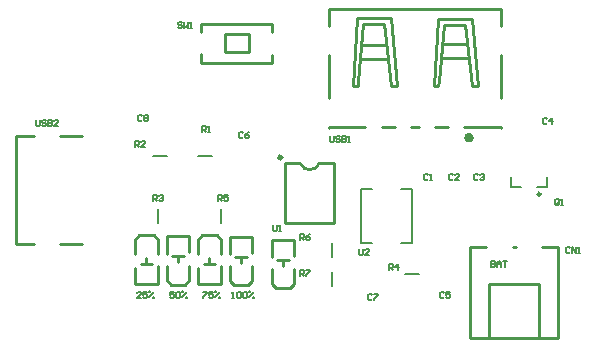
<source format=gto>
G04*
G04 #@! TF.GenerationSoftware,Altium Limited,Altium Designer,20.0.13 (296)*
G04*
G04 Layer_Color=65535*
%FSLAX25Y25*%
%MOIN*%
G70*
G01*
G75*
%ADD10C,0.00984*%
%ADD11C,0.01575*%
%ADD12C,0.01000*%
%ADD13C,0.00600*%
%ADD14C,0.00787*%
%ADD15C,0.00500*%
D10*
X175839Y-57815D02*
G03*
X175839Y-57815I-492J0D01*
G01*
D11*
X152787Y-39000D02*
G03*
X152787Y-39000I-787J0D01*
G01*
D12*
X95755Y-47658D02*
G03*
X102056Y-47658I3150J1477D01*
G01*
X89732Y-45571D02*
G03*
X89732Y-45571I-670J0D01*
G01*
X113354Y-21611D02*
X114732Y999D01*
X126083Y955D01*
X128032Y-21624D01*
X126029Y-21609D02*
X128032Y-21624D01*
X124020Y-3734D02*
X126029Y-21609D01*
X123724Y-1064D02*
X124020Y-3734D01*
X116835Y-1106D02*
X123724Y-1064D01*
X114969Y-19918D02*
X116835Y-1106D01*
X114851Y-21611D02*
X114969Y-19918D01*
X113354Y-21611D02*
X114851D01*
X140280Y-21885D02*
X141658Y725D01*
X153009Y681D01*
X154958Y-21898D01*
X152955Y-21883D02*
X154958Y-21898D01*
X150946Y-4008D02*
X152955Y-21883D01*
X150650Y-1338D02*
X150946Y-4008D01*
X143761Y-1380D02*
X150650Y-1338D01*
X141895Y-20192D02*
X143761Y-1380D01*
X141777Y-21885D02*
X141895Y-20192D01*
X140280Y-21885D02*
X141777D01*
X142762Y-12580D02*
X151660D01*
X143117Y-7816D02*
X151109D01*
X115794Y-12859D02*
X124692D01*
X116149Y-8095D02*
X124141D01*
X105457Y-35516D02*
X117499D01*
X122942D02*
X127342D01*
X132784D02*
X135216D01*
X140658D02*
X145059D01*
X150501D02*
X162543D01*
X105457Y-35591D02*
Y-35516D01*
Y-25822D02*
Y-11501D01*
Y-1807D02*
Y3779D01*
X162543Y-35591D02*
Y-35516D01*
Y-25822D02*
Y-11501D01*
Y-1807D02*
Y3779D01*
X105457D02*
X162543D01*
X152315Y-105815D02*
X181843D01*
Y-75500D01*
X152315Y-105815D02*
Y-75500D01*
X157704D01*
X166611D02*
X167547D01*
X158711Y-105810D02*
X163131D01*
X158711D02*
Y-87800D01*
X175441D01*
Y-105810D02*
Y-87800D01*
X170521Y-105810D02*
X175441D01*
X176454Y-75500D02*
X181843D01*
X15696Y-74500D02*
X23162D01*
X905Y-38500D02*
X7098D01*
X905Y-74500D02*
Y-38500D01*
Y-74500D02*
X7098D01*
X15696Y-38500D02*
X23162D01*
X90020Y-81618D02*
Y-79650D01*
X88032D02*
X91969D01*
X87638Y-89099D02*
X92363D01*
X93741Y-87721D02*
Y-82800D01*
X86260Y-87721D02*
Y-82800D01*
X86260Y-87721D02*
X87638Y-89099D01*
X86260Y-87721D02*
X86260D01*
X92363Y-89099D02*
X93740Y-87721D01*
X93741D01*
X86221Y-73036D02*
X93701D01*
X93701Y-78311D02*
Y-73036D01*
X86221D02*
X86260Y-78863D01*
X90834Y-47461D02*
X95755D01*
X102056D02*
X106976D01*
X90834Y-67539D02*
Y-47460D01*
Y-67539D02*
X106976D01*
Y-67540D02*
Y-47461D01*
X55020Y-80456D02*
Y-78488D01*
X53032D02*
X56969D01*
X52638Y-87937D02*
X57363D01*
X58741Y-86559D02*
Y-81638D01*
X51260Y-86559D02*
Y-81638D01*
X51260Y-86559D02*
X52638Y-87937D01*
X51260Y-86559D02*
X51260D01*
X57363Y-87937D02*
X58740Y-86559D01*
X58741D01*
X51221Y-71873D02*
X58701D01*
X58701Y-77149D02*
Y-71873D01*
X51221D02*
X51260Y-77701D01*
X44480Y-81012D02*
Y-79044D01*
X42531Y-81012D02*
X46468D01*
X42137Y-71563D02*
X46862D01*
X40759Y-77862D02*
Y-72941D01*
X48240Y-77862D02*
Y-72941D01*
X46862Y-71563D02*
X48240Y-72941D01*
X48240D01*
X40760D02*
X42137Y-71563D01*
X40759Y-72941D02*
X40760D01*
X40799Y-87626D02*
X48279D01*
X40799D02*
Y-82351D01*
X48240Y-81799D02*
X48279Y-87626D01*
X62829Y-934D02*
X86451D01*
X70640Y-10430D02*
X78640D01*
X70640D02*
Y-4430D01*
X78640D01*
Y-10430D02*
Y-4430D01*
X62829Y-13926D02*
X86451D01*
Y-11363D01*
Y-3637D02*
Y-934D01*
X62829Y-3817D02*
Y-934D01*
Y-13926D02*
Y-11183D01*
X76020Y-80618D02*
Y-78650D01*
X74032D02*
X77969D01*
X73638Y-88099D02*
X78363D01*
X79741Y-86721D02*
Y-81800D01*
X72260Y-86721D02*
Y-81800D01*
X72260Y-86721D02*
X73638Y-88099D01*
X72260Y-86721D02*
X72260D01*
X78363Y-88099D02*
X79740Y-86721D01*
X79741D01*
X72221Y-72035D02*
X79701D01*
X79701Y-77311D02*
Y-72035D01*
X72221D02*
X72260Y-77863D01*
X65480Y-81012D02*
Y-79044D01*
X63531Y-81012D02*
X67468D01*
X63137Y-71563D02*
X67862D01*
X61759Y-77862D02*
Y-72941D01*
X69240Y-77862D02*
Y-72941D01*
X67862Y-71563D02*
X69240Y-72941D01*
X69240D01*
X61760D02*
X63137Y-71563D01*
X61759Y-72941D02*
X61760D01*
X61799Y-87626D02*
X69279D01*
X61799D02*
Y-82351D01*
X69240Y-81799D02*
X69279Y-87626D01*
D13*
X115932Y-73961D02*
X119727D01*
X115932D02*
Y-56039D01*
X119727D01*
X129273Y-73961D02*
X133068D01*
Y-56039D01*
X129273D02*
X133068D01*
D14*
X166095Y-55256D02*
X169244D01*
X166095D02*
Y-52106D01*
X174756Y-55256D02*
X177905D01*
Y-52106D01*
X61638Y-45000D02*
X66362D01*
X46543Y-45000D02*
X51268D01*
X130638Y-84500D02*
X135362D01*
X106500Y-78862D02*
Y-74138D01*
X48362Y-67362D02*
Y-62638D01*
X69500Y-67362D02*
Y-62638D01*
X106500Y-88362D02*
Y-83638D01*
D15*
X159400Y-80201D02*
Y-82200D01*
X160400D01*
X160733Y-81867D01*
Y-81534D01*
X160400Y-81200D01*
X159400D01*
X160400D01*
X160733Y-80867D01*
Y-80534D01*
X160400Y-80201D01*
X159400D01*
X161399Y-82200D02*
Y-80867D01*
X162066Y-80201D01*
X162732Y-80867D01*
Y-82200D01*
Y-81200D01*
X161399D01*
X163399Y-80201D02*
X164732D01*
X164065D01*
Y-82200D01*
X73000Y-92500D02*
X73666D01*
X73333D01*
Y-90501D01*
X73000Y-90834D01*
X74666D02*
X74999Y-90501D01*
X75666D01*
X75999Y-90834D01*
Y-92167D01*
X75666Y-92500D01*
X74999D01*
X74666Y-92167D01*
Y-90834D01*
X76666D02*
X76999Y-90501D01*
X77665D01*
X77998Y-90834D01*
Y-92167D01*
X77665Y-92500D01*
X76999D01*
X76666Y-92167D01*
Y-90834D01*
X78665Y-92167D02*
X80331Y-90501D01*
X78665D02*
Y-90167D01*
X78998D01*
Y-90501D01*
X78665D01*
X79998Y-92500D02*
Y-92167D01*
X80331D01*
Y-92500D01*
X79998D01*
X63500Y-90501D02*
X64833D01*
Y-90834D01*
X63500Y-92167D01*
Y-92500D01*
X66832Y-90501D02*
X65499D01*
Y-91500D01*
X66166Y-91167D01*
X66499D01*
X66832Y-91500D01*
Y-92167D01*
X66499Y-92500D01*
X65833D01*
X65499Y-92167D01*
X67499D02*
X69165Y-90501D01*
X67499D02*
Y-90167D01*
X67832D01*
Y-90501D01*
X67499D01*
X68832Y-92500D02*
Y-92167D01*
X69165D01*
Y-92500D01*
X68832D01*
X53833Y-90501D02*
X52500D01*
Y-91500D01*
X53166Y-91167D01*
X53500D01*
X53833Y-91500D01*
Y-92167D01*
X53500Y-92500D01*
X52833D01*
X52500Y-92167D01*
X54499Y-90834D02*
X54833Y-90501D01*
X55499D01*
X55832Y-90834D01*
Y-92167D01*
X55499Y-92500D01*
X54833D01*
X54499Y-92167D01*
Y-90834D01*
X56499Y-92167D02*
X58165Y-90501D01*
X56499D02*
Y-90167D01*
X56832D01*
Y-90501D01*
X56499D01*
X57832Y-92500D02*
Y-92167D01*
X58165D01*
Y-92500D01*
X57832D01*
X42833D02*
X41500D01*
X42833Y-91167D01*
Y-90834D01*
X42500Y-90501D01*
X41833D01*
X41500Y-90834D01*
X44832Y-90501D02*
X43499D01*
Y-91500D01*
X44166Y-91167D01*
X44499D01*
X44832Y-91500D01*
Y-92167D01*
X44499Y-92500D01*
X43833D01*
X43499Y-92167D01*
X45499D02*
X47165Y-90501D01*
X45499D02*
Y-90167D01*
X45832D01*
Y-90501D01*
X45499D01*
X46832Y-92500D02*
Y-92167D01*
X47165D01*
Y-92500D01*
X46832D01*
X115334Y-76000D02*
Y-77666D01*
X115667Y-78000D01*
X116334D01*
X116667Y-77666D01*
Y-76000D01*
X118666Y-78000D02*
X117333D01*
X118666Y-76667D01*
Y-76333D01*
X118333Y-76000D01*
X117666D01*
X117333Y-76333D01*
X7740Y-33000D02*
Y-34666D01*
X8073Y-35000D01*
X8740D01*
X9073Y-34666D01*
Y-33000D01*
X11072Y-33334D02*
X10739Y-33000D01*
X10073D01*
X9739Y-33334D01*
Y-33667D01*
X10073Y-34000D01*
X10739D01*
X11072Y-34333D01*
Y-34666D01*
X10739Y-35000D01*
X10073D01*
X9739Y-34666D01*
X11739Y-33000D02*
Y-35000D01*
X12738D01*
X13072Y-34666D01*
Y-34333D01*
X12738Y-34000D01*
X11739D01*
X12738D01*
X13072Y-33667D01*
Y-33334D01*
X12738Y-33000D01*
X11739D01*
X15071Y-35000D02*
X13738D01*
X15071Y-33667D01*
Y-33334D01*
X14738Y-33000D01*
X14071D01*
X13738Y-33334D01*
X105668Y-38500D02*
Y-40166D01*
X106001Y-40500D01*
X106667D01*
X107001Y-40166D01*
Y-38500D01*
X109000Y-38833D02*
X108667Y-38500D01*
X108000D01*
X107667Y-38833D01*
Y-39167D01*
X108000Y-39500D01*
X108667D01*
X109000Y-39833D01*
Y-40166D01*
X108667Y-40500D01*
X108000D01*
X107667Y-40166D01*
X109667Y-38500D02*
Y-40500D01*
X110666D01*
X110999Y-40166D01*
Y-39833D01*
X110666Y-39500D01*
X109667D01*
X110666D01*
X110999Y-39167D01*
Y-38833D01*
X110666Y-38500D01*
X109667D01*
X111666Y-40500D02*
X112332D01*
X111999D01*
Y-38500D01*
X111666Y-38833D01*
X86667Y-68000D02*
Y-69666D01*
X87000Y-70000D01*
X87667D01*
X88000Y-69666D01*
Y-68000D01*
X88666Y-70000D02*
X89333D01*
X89000D01*
Y-68000D01*
X88666Y-68334D01*
X56348Y-833D02*
X56015Y-500D01*
X55349D01*
X55015Y-833D01*
Y-1167D01*
X55349Y-1500D01*
X56015D01*
X56348Y-1833D01*
Y-2166D01*
X56015Y-2500D01*
X55349D01*
X55015Y-2166D01*
X57015Y-500D02*
Y-2500D01*
X57681Y-1833D01*
X58348Y-2500D01*
Y-500D01*
X59014Y-2500D02*
X59681D01*
X59347D01*
Y-500D01*
X59014Y-833D01*
X95834Y-85000D02*
Y-83000D01*
X96834D01*
X97167Y-83333D01*
Y-84000D01*
X96834Y-84333D01*
X95834D01*
X96500D02*
X97167Y-85000D01*
X97833Y-83000D02*
X99166D01*
Y-83333D01*
X97833Y-84666D01*
Y-85000D01*
X95834Y-73000D02*
Y-71000D01*
X96834D01*
X97167Y-71333D01*
Y-72000D01*
X96834Y-72333D01*
X95834D01*
X96500D02*
X97167Y-73000D01*
X99166Y-71000D02*
X98500Y-71333D01*
X97833Y-72000D01*
Y-72666D01*
X98167Y-73000D01*
X98833D01*
X99166Y-72666D01*
Y-72333D01*
X98833Y-72000D01*
X97833D01*
X68334Y-60000D02*
Y-58000D01*
X69334D01*
X69667Y-58333D01*
Y-59000D01*
X69334Y-59333D01*
X68334D01*
X69000D02*
X69667Y-60000D01*
X71666Y-58000D02*
X70333D01*
Y-59000D01*
X71000Y-58667D01*
X71333D01*
X71666Y-59000D01*
Y-59666D01*
X71333Y-60000D01*
X70666D01*
X70333Y-59666D01*
X125334Y-83000D02*
Y-81000D01*
X126334D01*
X126667Y-81334D01*
Y-82000D01*
X126334Y-82333D01*
X125334D01*
X126000D02*
X126667Y-83000D01*
X128333D02*
Y-81000D01*
X127333Y-82000D01*
X128666D01*
X46834Y-60000D02*
Y-58000D01*
X47834D01*
X48167Y-58333D01*
Y-59000D01*
X47834Y-59333D01*
X46834D01*
X47500D02*
X48167Y-60000D01*
X48833Y-58333D02*
X49167Y-58000D01*
X49833D01*
X50166Y-58333D01*
Y-58667D01*
X49833Y-59000D01*
X49500D01*
X49833D01*
X50166Y-59333D01*
Y-59666D01*
X49833Y-60000D01*
X49167D01*
X48833Y-59666D01*
X40834Y-42000D02*
Y-40000D01*
X41834D01*
X42167Y-40334D01*
Y-41000D01*
X41834Y-41333D01*
X40834D01*
X41500D02*
X42167Y-42000D01*
X44166D02*
X42833D01*
X44166Y-40667D01*
Y-40334D01*
X43833Y-40000D01*
X43167D01*
X42833Y-40334D01*
X63167Y-37000D02*
Y-35000D01*
X64167D01*
X64500Y-35333D01*
Y-36000D01*
X64167Y-36333D01*
X63167D01*
X63834D02*
X64500Y-37000D01*
X65166D02*
X65833D01*
X65500D01*
Y-35000D01*
X65166Y-35333D01*
X182000Y-61166D02*
Y-59834D01*
X181667Y-59500D01*
X181000D01*
X180667Y-59834D01*
Y-61166D01*
X181000Y-61500D01*
X181667D01*
X181333Y-60833D02*
X182000Y-61500D01*
X181667D02*
X182000Y-61166D01*
X182667Y-61500D02*
X183333D01*
X183000D01*
Y-59500D01*
X182667Y-59834D01*
X185658Y-75833D02*
X185325Y-75500D01*
X184658D01*
X184325Y-75833D01*
Y-77166D01*
X184658Y-77500D01*
X185325D01*
X185658Y-77166D01*
X186324Y-77500D02*
Y-75500D01*
X187657Y-77500D01*
Y-75500D01*
X188324Y-77500D02*
X188990D01*
X188657D01*
Y-75500D01*
X188324Y-75833D01*
X43167Y-31833D02*
X42834Y-31500D01*
X42167D01*
X41834Y-31833D01*
Y-33166D01*
X42167Y-33500D01*
X42834D01*
X43167Y-33166D01*
X43833Y-31833D02*
X44166Y-31500D01*
X44833D01*
X45166Y-31833D01*
Y-32167D01*
X44833Y-32500D01*
X45166Y-32833D01*
Y-33166D01*
X44833Y-33500D01*
X44166D01*
X43833Y-33166D01*
Y-32833D01*
X44166Y-32500D01*
X43833Y-32167D01*
Y-31833D01*
X44166Y-32500D02*
X44833D01*
X119667Y-91334D02*
X119334Y-91000D01*
X118667D01*
X118334Y-91334D01*
Y-92666D01*
X118667Y-93000D01*
X119334D01*
X119667Y-92666D01*
X120333Y-91000D02*
X121666D01*
Y-91334D01*
X120333Y-92666D01*
Y-93000D01*
X76667Y-37334D02*
X76334Y-37000D01*
X75667D01*
X75334Y-37334D01*
Y-38666D01*
X75667Y-39000D01*
X76334D01*
X76667Y-38666D01*
X78666Y-37000D02*
X78000Y-37334D01*
X77333Y-38000D01*
Y-38666D01*
X77666Y-39000D01*
X78333D01*
X78666Y-38666D01*
Y-38333D01*
X78333Y-38000D01*
X77333D01*
X143667Y-90833D02*
X143334Y-90500D01*
X142667D01*
X142334Y-90833D01*
Y-92166D01*
X142667Y-92500D01*
X143334D01*
X143667Y-92166D01*
X145666Y-90500D02*
X144333D01*
Y-91500D01*
X145000Y-91167D01*
X145333D01*
X145666Y-91500D01*
Y-92166D01*
X145333Y-92500D01*
X144667D01*
X144333Y-92166D01*
X178167Y-32833D02*
X177834Y-32500D01*
X177167D01*
X176834Y-32833D01*
Y-34166D01*
X177167Y-34500D01*
X177834D01*
X178167Y-34166D01*
X179833Y-34500D02*
Y-32500D01*
X178833Y-33500D01*
X180166D01*
X155167Y-51333D02*
X154834Y-51000D01*
X154167D01*
X153834Y-51333D01*
Y-52666D01*
X154167Y-53000D01*
X154834D01*
X155167Y-52666D01*
X155833Y-51333D02*
X156167Y-51000D01*
X156833D01*
X157166Y-51333D01*
Y-51667D01*
X156833Y-52000D01*
X156500D01*
X156833D01*
X157166Y-52333D01*
Y-52666D01*
X156833Y-53000D01*
X156167D01*
X155833Y-52666D01*
X146667Y-51333D02*
X146334Y-51000D01*
X145667D01*
X145334Y-51333D01*
Y-52666D01*
X145667Y-53000D01*
X146334D01*
X146667Y-52666D01*
X148666Y-53000D02*
X147333D01*
X148666Y-51667D01*
Y-51333D01*
X148333Y-51000D01*
X147667D01*
X147333Y-51333D01*
X138500D02*
X138167Y-51000D01*
X137500D01*
X137167Y-51333D01*
Y-52666D01*
X137500Y-53000D01*
X138167D01*
X138500Y-52666D01*
X139166Y-53000D02*
X139833D01*
X139500D01*
Y-51000D01*
X139166Y-51333D01*
M02*

</source>
